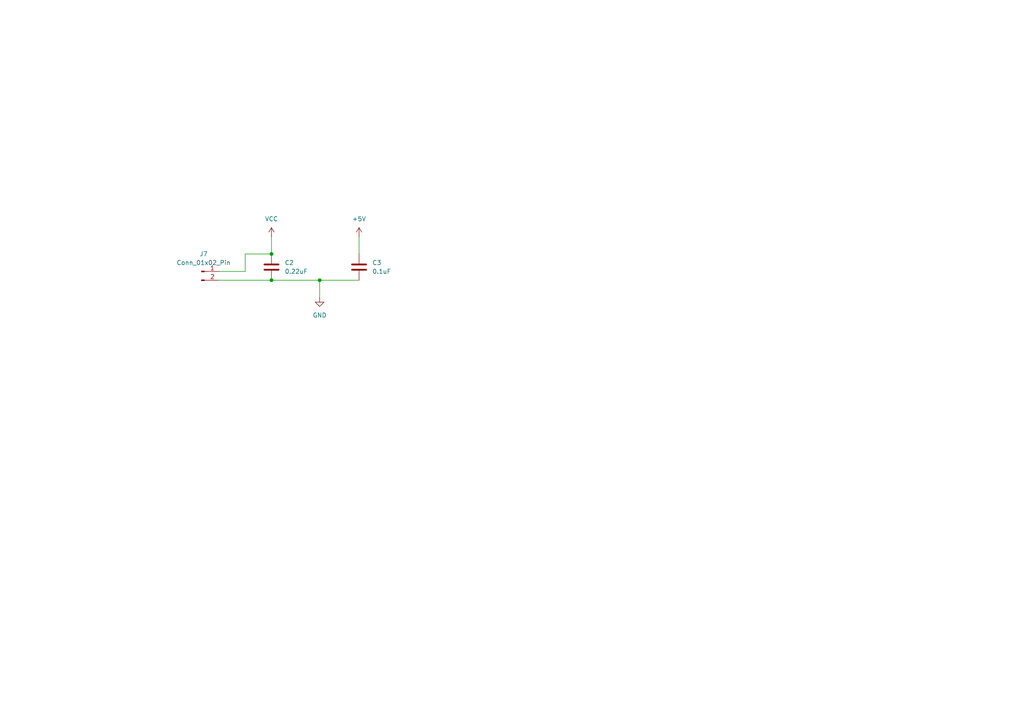
<source format=kicad_sch>
(kicad_sch (version 20250114) (generator "eeschema") (generator_version "9.0")
  (paper "A4")
  (lib_symbols
    (symbol "Connector:Conn_01x02_Pin" (pin_names (offset 1.016) (hide yes))
      (property "Reference" "J" (at 0 2.54 0))
      (property "Value" "Conn_01x02_Pin" (at 0 -5.08 0))
      (symbol "Conn_01x02_Pin_1_1"
        (rectangle (start 0.8636 0.127) (end 0 -0.127) (stroke (width 0.1524)) (fill (type outline)))
        (rectangle (start 0.8636 -2.413) (end 0 -2.667) (stroke (width 0.1524)) (fill (type outline)))
        (polyline (pts (xy 1.27 0) (xy 0.8636 0)) (stroke (width 0.1524)))
        (polyline (pts (xy 1.27 -2.54) (xy 0.8636 -2.54)) (stroke (width 0.1524)))
        (pin passive line (at 5.08 0 180) (length 3.81) (name "Pin_1") (number "1"))
        (pin passive line (at 5.08 -2.54 180) (length 3.81) (name "Pin_2") (number "2"))
      )
    )
    (symbol "Device:C" (pin_numbers (hide yes)) (pin_names (offset 0.254))
      (property "Reference" "C" (at 0.635 2.54 0))
      (property "Value" "C" (at 0.635 -2.54 0))
      (symbol "C_0_1"
        (polyline (pts (xy -2.032 0.762) (xy 2.032 0.762)) (stroke (width 0.508)))
        (polyline (pts (xy -2.032 -0.762) (xy 2.032 -0.762)) (stroke (width 0.508)))
      )
      (symbol "C_1_1"
        (pin passive line (at 0 3.81 270) (length 2.794) (name "~") (number "1"))
        (pin passive line (at 0 -3.81 90) (length 2.794) (name "~") (number "2"))
      )
    )
    (symbol "power:+5V" (power) (pin_numbers (hide yes)) (pin_names (offset 0) (hide yes))
      (property "Value" "+5V" (at 0 3.556 0))
      (symbol "+5V_0_1"
        (polyline (pts (xy -0.762 1.27) (xy 0 2.54)))
        (polyline (pts (xy 0 2.54) (xy 0.762 1.27)))
        (polyline (pts (xy 0 0) (xy 0 2.54)))
      )
      (symbol "+5V_1_1"
        (pin power_in line (at 0 0 90) (length 0) (name "~") (number "1"))
      )
    )
    (symbol "power:GND" (power) (pin_numbers (hide yes)) (pin_names (offset 0) (hide yes))
      (property "Value" "GND" (at 0 -3.81 0))
      (symbol "GND_0_1"
        (polyline (pts (xy 0 0) (xy 0 -1.27) (xy 1.27 -1.27) (xy 0 -2.54) (xy -1.27 -1.27) (xy 0 -1.27)))
      )
      (symbol "GND_1_1"
        (pin power_in line (at 0 0 270) (length 0) (name "~") (number "1"))
      )
    )
    (symbol "power:VCC" (power) (pin_numbers (hide yes)) (pin_names (offset 0) (hide yes))
      (property "Value" "VCC" (at 0 3.556 0))
      (symbol "VCC_0_1"
        (polyline (pts (xy -0.762 1.27) (xy 0 2.54)))
        (polyline (pts (xy 0 2.54) (xy 0.762 1.27)))
        (polyline (pts (xy 0 0) (xy 0 2.54)))
      )
      (symbol "VCC_1_1"
        (pin power_in line (at 0 0 90) (length 0) (name "~") (number "1"))
      )
    )
  )
  (junction (at 78.74 73.66))
  (junction (at 78.74 81.28))
  (junction (at 92.71 81.28))
  (wire (pts (xy 92.71 81.28) (xy 78.74 81.28)))
  (wire (pts (xy 104.14 68.58) (xy 104.14 73.66)))
  (wire (pts (xy 71.12 73.66) (xy 78.74 73.66)))
  (wire (pts (xy 92.71 81.28) (xy 92.71 86.36)))
  (wire (pts (xy 63.5 78.74) (xy 71.12 78.74)))
  (wire (pts (xy 63.5 81.28) (xy 78.74 81.28)))
  (wire (pts (xy 104.14 81.28) (xy 92.71 81.28)))
  (wire (pts (xy 78.74 68.58) (xy 78.74 73.66)))
  (wire (pts (xy 71.12 78.74) (xy 71.12 73.66)))
  (symbol (lib_id "power:+5V") (at 104.14 68.58 0) (unit 1)
    (property "Reference" "#PWR010" (effects (hide yes)))
    (property "Value" "+5V" (at 104.14 63.5 0))
    (property "Description" "Power symbol creates a global label with name \"+5V\"" (effects (hide yes)))
  )
  (symbol (lib_id "Device:C") (at 78.74 77.47 0) (unit 1)
    (property "Reference" "C2" (at 82.55 76.1999 0) (effects (justify left)))
    (property "Value" "0.22uF" (at 82.55 78.7399 0) (effects (justify left)))
    (property "Footprint" "Capacitor_THT:C_Rect_L7.0mm_W2.5mm_P5.00mm" (effects (hide yes)))
    (property "Description" "Unpolarized capacitor" (effects (hide yes)))
  )
  (symbol (lib_id "Device:C") (at 104.14 77.47 0) (unit 1)
    (property "Reference" "C3" (at 107.95 76.1999 0) (effects (justify left)))
    (property "Value" "0.1uF" (at 107.95 78.7399 0) (effects (justify left)))
    (property "Footprint" "Capacitor_THT:C_Rect_L7.0mm_W2.5mm_P5.00mm" (effects (hide yes)))
    (property "Description" "Unpolarized capacitor" (effects (hide yes)))
  )
  (symbol (lib_id "Connector:Conn_01x02_Pin") (at 58.42 78.74 0) (unit 1)
    (property "Reference" "J7" (at 59.055 73.66 0))
    (property "Value" "Conn_01x02_Pin" (at 59.055 76.2 0))
    (property "Footprint" "Connector_PinHeader_2.54mm:PinHeader_1x02_P2.54mm_Vertical" (effects (hide yes)))
    (property "Description" "Generic connector, single row, 01x02, script generated" (effects (hide yes)))
  )
  (symbol (lib_id "power:GND") (at 92.71 86.36 0) (unit 1)
    (property "Reference" "#PWR016" (effects (hide yes)))
    (property "Value" "GND" (at 92.71 91.44 0))
    (property "Description" "Power symbol creates a global label with name \"GND\" , ground" (effects (hide yes)))
  )
  (symbol (lib_id "power:VCC") (at 78.74 68.58 0) (unit 1)
    (property "Reference" "#PWR08" (effects (hide yes)))
    (property "Value" "VCC" (at 78.74 63.5 0))
    (property "Description" "Power symbol creates a global label with name \"VCC\"" (effects (hide yes)))
  )
)
</source>
